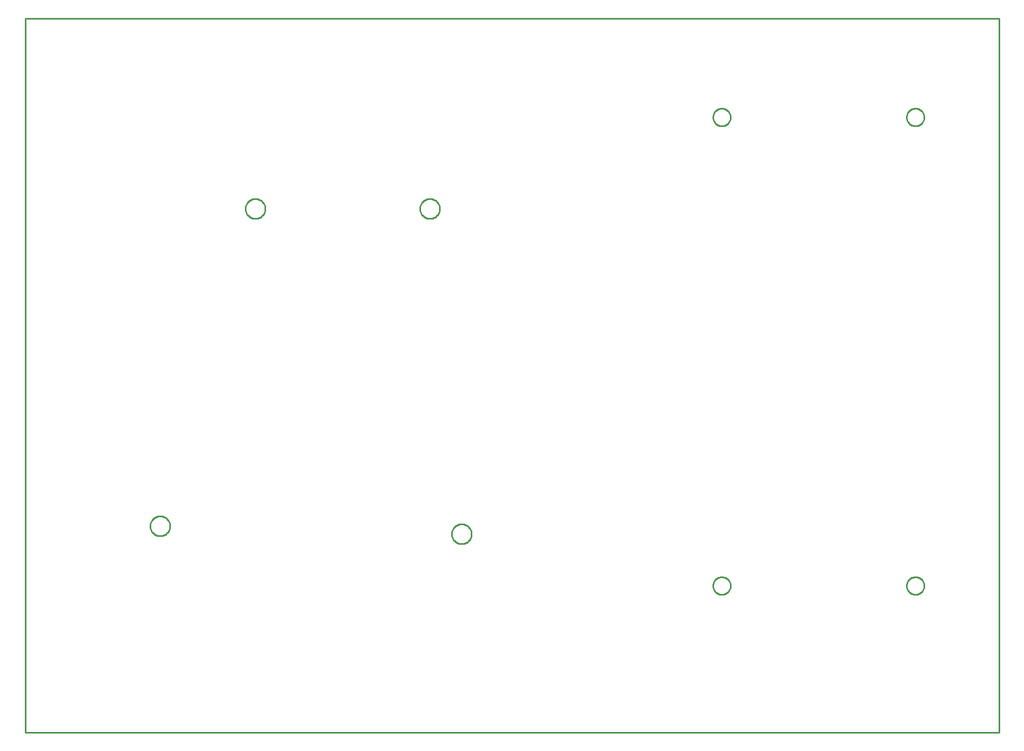
<source format=gbr>
G04 EAGLE Gerber RS-274X export*
G75*
%MOMM*%
%FSLAX34Y34*%
%LPD*%
%IN*%
%IPPOS*%
%AMOC8*
5,1,8,0,0,1.08239X$1,22.5*%
G01*
%ADD10C,0.254000*%


D10*
X-190500Y-101600D02*
X1368300Y-101600D01*
X1368300Y1041300D01*
X-190500Y1041300D01*
X-190500Y-101600D01*
X25920Y244475D02*
X26957Y244407D01*
X27987Y244271D01*
X29007Y244069D01*
X30011Y243800D01*
X30995Y243465D01*
X31955Y243068D01*
X32887Y242608D01*
X33788Y242088D01*
X34652Y241511D01*
X35476Y240878D01*
X36258Y240193D01*
X36993Y239458D01*
X37678Y238676D01*
X38311Y237852D01*
X38888Y236988D01*
X39408Y236087D01*
X39868Y235155D01*
X40265Y234195D01*
X40600Y233211D01*
X40869Y232207D01*
X41071Y231187D01*
X41207Y230157D01*
X41275Y229120D01*
X41275Y228080D01*
X41207Y227043D01*
X41071Y226013D01*
X40869Y224993D01*
X40600Y223989D01*
X40265Y223005D01*
X39868Y222045D01*
X39408Y221113D01*
X38888Y220212D01*
X38311Y219348D01*
X37678Y218524D01*
X36993Y217742D01*
X36258Y217007D01*
X35476Y216322D01*
X34652Y215689D01*
X33788Y215112D01*
X32887Y214592D01*
X31955Y214132D01*
X30995Y213735D01*
X30011Y213400D01*
X29007Y213131D01*
X27987Y212929D01*
X26957Y212793D01*
X25920Y212725D01*
X24880Y212725D01*
X23843Y212793D01*
X22813Y212929D01*
X21793Y213131D01*
X20789Y213400D01*
X19805Y213735D01*
X18845Y214132D01*
X17913Y214592D01*
X17012Y215112D01*
X16148Y215689D01*
X15324Y216322D01*
X14542Y217007D01*
X13807Y217742D01*
X13122Y218524D01*
X12489Y219348D01*
X11912Y220212D01*
X11392Y221113D01*
X10932Y222045D01*
X10535Y223005D01*
X10200Y223989D01*
X9931Y224993D01*
X9729Y226013D01*
X9593Y227043D01*
X9525Y228080D01*
X9525Y229120D01*
X9593Y230157D01*
X9729Y231187D01*
X9931Y232207D01*
X10200Y233211D01*
X10535Y234195D01*
X10932Y235155D01*
X11392Y236087D01*
X11912Y236988D01*
X12489Y237852D01*
X13122Y238676D01*
X13807Y239458D01*
X14542Y240193D01*
X15324Y240878D01*
X16148Y241511D01*
X17012Y242088D01*
X17913Y242608D01*
X18845Y243068D01*
X19805Y243465D01*
X20789Y243800D01*
X21793Y244069D01*
X22813Y244271D01*
X23843Y244407D01*
X24880Y244475D01*
X25920Y244475D01*
X178320Y752475D02*
X179357Y752407D01*
X180387Y752271D01*
X181407Y752069D01*
X182411Y751800D01*
X183395Y751465D01*
X184355Y751068D01*
X185287Y750608D01*
X186188Y750088D01*
X187052Y749511D01*
X187876Y748878D01*
X188658Y748193D01*
X189393Y747458D01*
X190078Y746676D01*
X190711Y745852D01*
X191288Y744988D01*
X191808Y744087D01*
X192268Y743155D01*
X192665Y742195D01*
X193000Y741211D01*
X193269Y740207D01*
X193471Y739187D01*
X193607Y738157D01*
X193675Y737120D01*
X193675Y736080D01*
X193607Y735043D01*
X193471Y734013D01*
X193269Y732993D01*
X193000Y731989D01*
X192665Y731005D01*
X192268Y730045D01*
X191808Y729113D01*
X191288Y728212D01*
X190711Y727348D01*
X190078Y726524D01*
X189393Y725742D01*
X188658Y725007D01*
X187876Y724322D01*
X187052Y723689D01*
X186188Y723112D01*
X185287Y722592D01*
X184355Y722132D01*
X183395Y721735D01*
X182411Y721400D01*
X181407Y721131D01*
X180387Y720929D01*
X179357Y720793D01*
X178320Y720725D01*
X177280Y720725D01*
X176243Y720793D01*
X175213Y720929D01*
X174193Y721131D01*
X173189Y721400D01*
X172205Y721735D01*
X171245Y722132D01*
X170313Y722592D01*
X169412Y723112D01*
X168548Y723689D01*
X167724Y724322D01*
X166942Y725007D01*
X166207Y725742D01*
X165522Y726524D01*
X164889Y727348D01*
X164312Y728212D01*
X163792Y729113D01*
X163332Y730045D01*
X162935Y731005D01*
X162600Y731989D01*
X162331Y732993D01*
X162129Y734013D01*
X161993Y735043D01*
X161925Y736080D01*
X161925Y737120D01*
X161993Y738157D01*
X162129Y739187D01*
X162331Y740207D01*
X162600Y741211D01*
X162935Y742195D01*
X163332Y743155D01*
X163792Y744087D01*
X164312Y744988D01*
X164889Y745852D01*
X165522Y746676D01*
X166207Y747458D01*
X166942Y748193D01*
X167724Y748878D01*
X168548Y749511D01*
X169412Y750088D01*
X170313Y750608D01*
X171245Y751068D01*
X172205Y751465D01*
X173189Y751800D01*
X174193Y752069D01*
X175213Y752271D01*
X176243Y752407D01*
X177280Y752475D01*
X178320Y752475D01*
X457720Y752475D02*
X458757Y752407D01*
X459787Y752271D01*
X460807Y752069D01*
X461811Y751800D01*
X462795Y751465D01*
X463755Y751068D01*
X464687Y750608D01*
X465588Y750088D01*
X466452Y749511D01*
X467276Y748878D01*
X468058Y748193D01*
X468793Y747458D01*
X469478Y746676D01*
X470111Y745852D01*
X470688Y744988D01*
X471208Y744087D01*
X471668Y743155D01*
X472065Y742195D01*
X472400Y741211D01*
X472669Y740207D01*
X472871Y739187D01*
X473007Y738157D01*
X473075Y737120D01*
X473075Y736080D01*
X473007Y735043D01*
X472871Y734013D01*
X472669Y732993D01*
X472400Y731989D01*
X472065Y731005D01*
X471668Y730045D01*
X471208Y729113D01*
X470688Y728212D01*
X470111Y727348D01*
X469478Y726524D01*
X468793Y725742D01*
X468058Y725007D01*
X467276Y724322D01*
X466452Y723689D01*
X465588Y723112D01*
X464687Y722592D01*
X463755Y722132D01*
X462795Y721735D01*
X461811Y721400D01*
X460807Y721131D01*
X459787Y720929D01*
X458757Y720793D01*
X457720Y720725D01*
X456680Y720725D01*
X455643Y720793D01*
X454613Y720929D01*
X453593Y721131D01*
X452589Y721400D01*
X451605Y721735D01*
X450645Y722132D01*
X449713Y722592D01*
X448812Y723112D01*
X447948Y723689D01*
X447124Y724322D01*
X446342Y725007D01*
X445607Y725742D01*
X444922Y726524D01*
X444289Y727348D01*
X443712Y728212D01*
X443192Y729113D01*
X442732Y730045D01*
X442335Y731005D01*
X442000Y731989D01*
X441731Y732993D01*
X441529Y734013D01*
X441393Y735043D01*
X441325Y736080D01*
X441325Y737120D01*
X441393Y738157D01*
X441529Y739187D01*
X441731Y740207D01*
X442000Y741211D01*
X442335Y742195D01*
X442732Y743155D01*
X443192Y744087D01*
X443712Y744988D01*
X444289Y745852D01*
X444922Y746676D01*
X445607Y747458D01*
X446342Y748193D01*
X447124Y748878D01*
X447948Y749511D01*
X448812Y750088D01*
X449713Y750608D01*
X450645Y751068D01*
X451605Y751465D01*
X452589Y751800D01*
X453593Y752069D01*
X454613Y752271D01*
X455643Y752407D01*
X456680Y752475D01*
X457720Y752475D01*
X508520Y231775D02*
X509557Y231707D01*
X510587Y231571D01*
X511607Y231369D01*
X512611Y231100D01*
X513595Y230765D01*
X514555Y230368D01*
X515487Y229908D01*
X516388Y229388D01*
X517252Y228811D01*
X518076Y228178D01*
X518858Y227493D01*
X519593Y226758D01*
X520278Y225976D01*
X520911Y225152D01*
X521488Y224288D01*
X522008Y223387D01*
X522468Y222455D01*
X522865Y221495D01*
X523200Y220511D01*
X523469Y219507D01*
X523671Y218487D01*
X523807Y217457D01*
X523875Y216420D01*
X523875Y215380D01*
X523807Y214343D01*
X523671Y213313D01*
X523469Y212293D01*
X523200Y211289D01*
X522865Y210305D01*
X522468Y209345D01*
X522008Y208413D01*
X521488Y207512D01*
X520911Y206648D01*
X520278Y205824D01*
X519593Y205042D01*
X518858Y204307D01*
X518076Y203622D01*
X517252Y202989D01*
X516388Y202412D01*
X515487Y201892D01*
X514555Y201432D01*
X513595Y201035D01*
X512611Y200700D01*
X511607Y200431D01*
X510587Y200229D01*
X509557Y200093D01*
X508520Y200025D01*
X507480Y200025D01*
X506443Y200093D01*
X505413Y200229D01*
X504393Y200431D01*
X503389Y200700D01*
X502405Y201035D01*
X501445Y201432D01*
X500513Y201892D01*
X499612Y202412D01*
X498748Y202989D01*
X497924Y203622D01*
X497142Y204307D01*
X496407Y205042D01*
X495722Y205824D01*
X495089Y206648D01*
X494512Y207512D01*
X493992Y208413D01*
X493532Y209345D01*
X493135Y210305D01*
X492800Y211289D01*
X492531Y212293D01*
X492329Y213313D01*
X492193Y214343D01*
X492125Y215380D01*
X492125Y216420D01*
X492193Y217457D01*
X492329Y218487D01*
X492531Y219507D01*
X492800Y220511D01*
X493135Y221495D01*
X493532Y222455D01*
X493992Y223387D01*
X494512Y224288D01*
X495089Y225152D01*
X495722Y225976D01*
X496407Y226758D01*
X497142Y227493D01*
X497924Y228178D01*
X498748Y228811D01*
X499612Y229388D01*
X500513Y229908D01*
X501445Y230368D01*
X502405Y230765D01*
X503389Y231100D01*
X504393Y231369D01*
X505413Y231571D01*
X506443Y231707D01*
X507480Y231775D01*
X508520Y231775D01*
X925000Y147000D02*
X925998Y146929D01*
X926987Y146786D01*
X927965Y146574D01*
X928924Y146292D01*
X929861Y145943D01*
X930771Y145527D01*
X931648Y145048D01*
X932490Y144507D01*
X933290Y143908D01*
X934046Y143253D01*
X934753Y142546D01*
X935408Y141790D01*
X936007Y140990D01*
X936548Y140148D01*
X937027Y139271D01*
X937443Y138361D01*
X937792Y137424D01*
X938074Y136465D01*
X938286Y135487D01*
X938429Y134498D01*
X938500Y133500D01*
X938500Y132500D01*
X938429Y131503D01*
X938286Y130513D01*
X938074Y129536D01*
X937792Y128576D01*
X937443Y127639D01*
X937027Y126729D01*
X936548Y125852D01*
X936007Y125010D01*
X935408Y124210D01*
X934753Y123454D01*
X934046Y122747D01*
X933290Y122092D01*
X932490Y121493D01*
X931648Y120952D01*
X930771Y120473D01*
X929861Y120057D01*
X928924Y119708D01*
X927965Y119426D01*
X926987Y119214D01*
X925998Y119071D01*
X925000Y119000D01*
X924000Y119000D01*
X923003Y119071D01*
X922013Y119214D01*
X921036Y119426D01*
X920076Y119708D01*
X919139Y120057D01*
X918229Y120473D01*
X917352Y120952D01*
X916510Y121493D01*
X915710Y122092D01*
X914954Y122747D01*
X914247Y123454D01*
X913592Y124210D01*
X912993Y125010D01*
X912452Y125852D01*
X911973Y126729D01*
X911557Y127639D01*
X911208Y128576D01*
X910926Y129536D01*
X910714Y130513D01*
X910571Y131503D01*
X910500Y132500D01*
X910500Y133500D01*
X910571Y134498D01*
X910714Y135487D01*
X910926Y136465D01*
X911208Y137424D01*
X911557Y138361D01*
X911973Y139271D01*
X912452Y140148D01*
X912993Y140990D01*
X913592Y141790D01*
X914247Y142546D01*
X914954Y143253D01*
X915710Y143908D01*
X916510Y144507D01*
X917352Y145048D01*
X918229Y145527D01*
X919139Y145943D01*
X920076Y146292D01*
X921036Y146574D01*
X922013Y146786D01*
X923003Y146929D01*
X924000Y147000D01*
X925000Y147000D01*
X1235000Y147000D02*
X1235998Y146929D01*
X1236987Y146786D01*
X1237965Y146574D01*
X1238924Y146292D01*
X1239861Y145943D01*
X1240771Y145527D01*
X1241648Y145048D01*
X1242490Y144507D01*
X1243290Y143908D01*
X1244046Y143253D01*
X1244753Y142546D01*
X1245408Y141790D01*
X1246007Y140990D01*
X1246548Y140148D01*
X1247027Y139271D01*
X1247443Y138361D01*
X1247792Y137424D01*
X1248074Y136465D01*
X1248286Y135487D01*
X1248429Y134498D01*
X1248500Y133500D01*
X1248500Y132500D01*
X1248429Y131503D01*
X1248286Y130513D01*
X1248074Y129536D01*
X1247792Y128576D01*
X1247443Y127639D01*
X1247027Y126729D01*
X1246548Y125852D01*
X1246007Y125010D01*
X1245408Y124210D01*
X1244753Y123454D01*
X1244046Y122747D01*
X1243290Y122092D01*
X1242490Y121493D01*
X1241648Y120952D01*
X1240771Y120473D01*
X1239861Y120057D01*
X1238924Y119708D01*
X1237965Y119426D01*
X1236987Y119214D01*
X1235998Y119071D01*
X1235000Y119000D01*
X1234000Y119000D01*
X1233003Y119071D01*
X1232013Y119214D01*
X1231036Y119426D01*
X1230076Y119708D01*
X1229139Y120057D01*
X1228229Y120473D01*
X1227352Y120952D01*
X1226510Y121493D01*
X1225710Y122092D01*
X1224954Y122747D01*
X1224247Y123454D01*
X1223592Y124210D01*
X1222993Y125010D01*
X1222452Y125852D01*
X1221973Y126729D01*
X1221557Y127639D01*
X1221208Y128576D01*
X1220926Y129536D01*
X1220714Y130513D01*
X1220571Y131503D01*
X1220500Y132500D01*
X1220500Y133500D01*
X1220571Y134498D01*
X1220714Y135487D01*
X1220926Y136465D01*
X1221208Y137424D01*
X1221557Y138361D01*
X1221973Y139271D01*
X1222452Y140148D01*
X1222993Y140990D01*
X1223592Y141790D01*
X1224247Y142546D01*
X1224954Y143253D01*
X1225710Y143908D01*
X1226510Y144507D01*
X1227352Y145048D01*
X1228229Y145527D01*
X1229139Y145943D01*
X1230076Y146292D01*
X1231036Y146574D01*
X1232013Y146786D01*
X1233003Y146929D01*
X1234000Y147000D01*
X1235000Y147000D01*
X925000Y897000D02*
X925998Y896929D01*
X926987Y896786D01*
X927965Y896574D01*
X928924Y896292D01*
X929861Y895943D01*
X930771Y895527D01*
X931648Y895048D01*
X932490Y894507D01*
X933290Y893908D01*
X934046Y893253D01*
X934753Y892546D01*
X935408Y891790D01*
X936007Y890990D01*
X936548Y890148D01*
X937027Y889271D01*
X937443Y888361D01*
X937792Y887424D01*
X938074Y886465D01*
X938286Y885487D01*
X938429Y884498D01*
X938500Y883500D01*
X938500Y882500D01*
X938429Y881503D01*
X938286Y880513D01*
X938074Y879536D01*
X937792Y878576D01*
X937443Y877639D01*
X937027Y876729D01*
X936548Y875852D01*
X936007Y875010D01*
X935408Y874210D01*
X934753Y873454D01*
X934046Y872747D01*
X933290Y872092D01*
X932490Y871493D01*
X931648Y870952D01*
X930771Y870473D01*
X929861Y870057D01*
X928924Y869708D01*
X927965Y869426D01*
X926987Y869214D01*
X925998Y869071D01*
X925000Y869000D01*
X924000Y869000D01*
X923003Y869071D01*
X922013Y869214D01*
X921036Y869426D01*
X920076Y869708D01*
X919139Y870057D01*
X918229Y870473D01*
X917352Y870952D01*
X916510Y871493D01*
X915710Y872092D01*
X914954Y872747D01*
X914247Y873454D01*
X913592Y874210D01*
X912993Y875010D01*
X912452Y875852D01*
X911973Y876729D01*
X911557Y877639D01*
X911208Y878576D01*
X910926Y879536D01*
X910714Y880513D01*
X910571Y881503D01*
X910500Y882500D01*
X910500Y883500D01*
X910571Y884498D01*
X910714Y885487D01*
X910926Y886465D01*
X911208Y887424D01*
X911557Y888361D01*
X911973Y889271D01*
X912452Y890148D01*
X912993Y890990D01*
X913592Y891790D01*
X914247Y892546D01*
X914954Y893253D01*
X915710Y893908D01*
X916510Y894507D01*
X917352Y895048D01*
X918229Y895527D01*
X919139Y895943D01*
X920076Y896292D01*
X921036Y896574D01*
X922013Y896786D01*
X923003Y896929D01*
X924000Y897000D01*
X925000Y897000D01*
X1235000Y897000D02*
X1235998Y896929D01*
X1236987Y896786D01*
X1237965Y896574D01*
X1238924Y896292D01*
X1239861Y895943D01*
X1240771Y895527D01*
X1241648Y895048D01*
X1242490Y894507D01*
X1243290Y893908D01*
X1244046Y893253D01*
X1244753Y892546D01*
X1245408Y891790D01*
X1246007Y890990D01*
X1246548Y890148D01*
X1247027Y889271D01*
X1247443Y888361D01*
X1247792Y887424D01*
X1248074Y886465D01*
X1248286Y885487D01*
X1248429Y884498D01*
X1248500Y883500D01*
X1248500Y882500D01*
X1248429Y881503D01*
X1248286Y880513D01*
X1248074Y879536D01*
X1247792Y878576D01*
X1247443Y877639D01*
X1247027Y876729D01*
X1246548Y875852D01*
X1246007Y875010D01*
X1245408Y874210D01*
X1244753Y873454D01*
X1244046Y872747D01*
X1243290Y872092D01*
X1242490Y871493D01*
X1241648Y870952D01*
X1240771Y870473D01*
X1239861Y870057D01*
X1238924Y869708D01*
X1237965Y869426D01*
X1236987Y869214D01*
X1235998Y869071D01*
X1235000Y869000D01*
X1234000Y869000D01*
X1233003Y869071D01*
X1232013Y869214D01*
X1231036Y869426D01*
X1230076Y869708D01*
X1229139Y870057D01*
X1228229Y870473D01*
X1227352Y870952D01*
X1226510Y871493D01*
X1225710Y872092D01*
X1224954Y872747D01*
X1224247Y873454D01*
X1223592Y874210D01*
X1222993Y875010D01*
X1222452Y875852D01*
X1221973Y876729D01*
X1221557Y877639D01*
X1221208Y878576D01*
X1220926Y879536D01*
X1220714Y880513D01*
X1220571Y881503D01*
X1220500Y882500D01*
X1220500Y883500D01*
X1220571Y884498D01*
X1220714Y885487D01*
X1220926Y886465D01*
X1221208Y887424D01*
X1221557Y888361D01*
X1221973Y889271D01*
X1222452Y890148D01*
X1222993Y890990D01*
X1223592Y891790D01*
X1224247Y892546D01*
X1224954Y893253D01*
X1225710Y893908D01*
X1226510Y894507D01*
X1227352Y895048D01*
X1228229Y895527D01*
X1229139Y895943D01*
X1230076Y896292D01*
X1231036Y896574D01*
X1232013Y896786D01*
X1233003Y896929D01*
X1234000Y897000D01*
X1235000Y897000D01*
M02*

</source>
